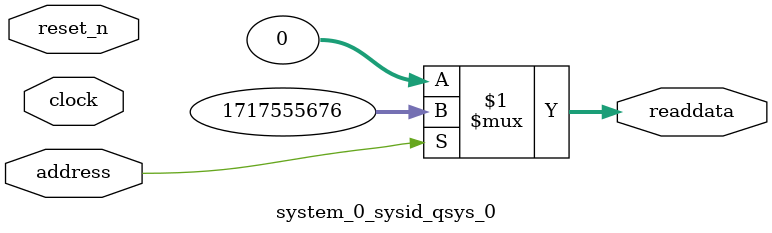
<source format=v>

`timescale 1ns / 1ps
// synthesis translate_on

// turn off superfluous verilog processor warnings 
// altera message_level Level1 
// altera message_off 10034 10035 10036 10037 10230 10240 10030 

module system_0_sysid_qsys_0 (
               // inputs:
                address,
                clock,
                reset_n,

               // outputs:
                readdata
             )
;

  output  [ 31: 0] readdata;
  input            address;
  input            clock;
  input            reset_n;

  wire    [ 31: 0] readdata;
  //control_slave, which is an e_avalon_slave
  assign readdata = address ? 1717555676 : 0;

endmodule




</source>
